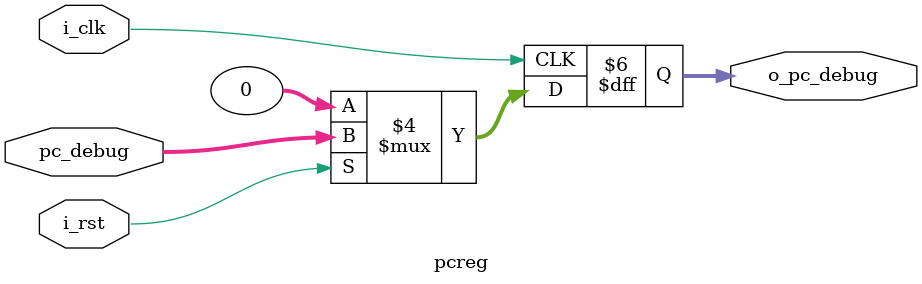
<source format=sv>
module pcreg(
	input logic i_clk,
	input logic i_rst,
	input logic [31:0] pc_debug,
	output logic [31:0] o_pc_debug
);

always @(posedge i_clk) begin
	if (!i_rst) o_pc_debug <= 32'h00000000;
	else o_pc_debug <= pc_debug;
	end
endmodule

</source>
